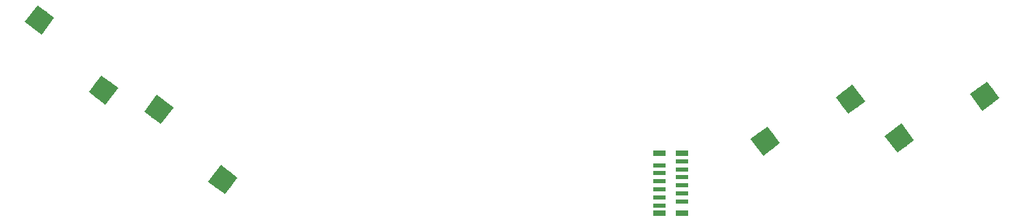
<source format=gbr>
G04 #@! TF.GenerationSoftware,KiCad,Pcbnew,(5.1.4)-1*
G04 #@! TF.CreationDate,2024-04-24T20:57:01-04:00*
G04 #@! TF.ProjectId,ThumbsUp,5468756d-6273-4557-902e-6b696361645f,rev?*
G04 #@! TF.SameCoordinates,Original*
G04 #@! TF.FileFunction,Paste,Bot*
G04 #@! TF.FilePolarity,Positive*
%FSLAX46Y46*%
G04 Gerber Fmt 4.6, Leading zero omitted, Abs format (unit mm)*
G04 Created by KiCad (PCBNEW (5.1.4)-1) date 2024-04-24 20:57:01*
%MOMM*%
%LPD*%
G04 APERTURE LIST*
%ADD10C,2.600000*%
%ADD11C,0.100000*%
%ADD12R,1.500000X0.800000*%
%ADD13R,1.500000X0.600000*%
G04 APERTURE END LIST*
D10*
X187518700Y-9947702D03*
D11*
G36*
X187774567Y-8127116D02*
G01*
X189339286Y-10203569D01*
X187262833Y-11768288D01*
X185698114Y-9691835D01*
X187774567Y-8127116D01*
X187774567Y-8127116D01*
G37*
D10*
X198066934Y-4753737D03*
D11*
G36*
X198322801Y-2933151D02*
G01*
X199887520Y-5009604D01*
X197811067Y-6574323D01*
X196246348Y-4497870D01*
X198322801Y-2933151D01*
X198322801Y-2933151D01*
G37*
D10*
X214686119Y-4375998D03*
D11*
G36*
X214430252Y-6196584D02*
G01*
X212865533Y-4120131D01*
X214941986Y-2555412D01*
X216506705Y-4631865D01*
X214430252Y-6196584D01*
X214430252Y-6196584D01*
G37*
D10*
X204137885Y-9569963D03*
D11*
G36*
X203882018Y-11390549D02*
G01*
X202317299Y-9314096D01*
X204393752Y-7749377D01*
X205958471Y-9825830D01*
X203882018Y-11390549D01*
X203882018Y-11390549D01*
G37*
D10*
X97697775Y5095162D03*
D11*
G36*
X99518361Y5351029D02*
G01*
X97953642Y3274576D01*
X95877189Y4839295D01*
X97441908Y6915748D01*
X99518361Y5351029D01*
X99518361Y5351029D01*
G37*
D10*
X105598022Y-3612799D03*
D11*
G36*
X107418608Y-3356932D02*
G01*
X105853889Y-5433385D01*
X103777436Y-3868666D01*
X105342155Y-1792213D01*
X107418608Y-3356932D01*
X107418608Y-3356932D01*
G37*
D10*
X112472532Y-6038415D03*
D11*
G36*
X114293118Y-5782548D02*
G01*
X112728399Y-7859001D01*
X110651946Y-6294282D01*
X112216665Y-4217829D01*
X114293118Y-5782548D01*
X114293118Y-5782548D01*
G37*
D10*
X120372779Y-14746376D03*
D11*
G36*
X122193365Y-14490509D02*
G01*
X120628646Y-16566962D01*
X118552193Y-15002243D01*
X120116912Y-12925790D01*
X122193365Y-14490509D01*
X122193365Y-14490509D01*
G37*
D12*
X174432000Y-18958000D03*
X177232000Y-18958000D03*
X174432000Y-11458000D03*
X177232000Y-11458000D03*
D13*
X174432000Y-17958000D03*
X177232000Y-17458000D03*
X174432000Y-16958000D03*
X177232000Y-16458000D03*
X174432000Y-15958000D03*
X177232000Y-15458000D03*
X174432000Y-14958000D03*
X177232000Y-14458000D03*
X174432000Y-13958000D03*
X177232000Y-13458000D03*
X174432000Y-12958000D03*
X177232000Y-12458000D03*
M02*

</source>
